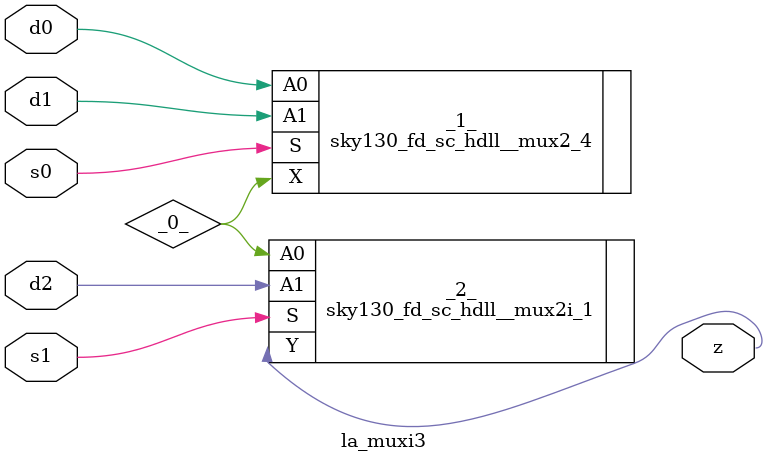
<source format=v>

/* Generated by Yosys 0.37 (git sha1 a5c7f69ed, clang 14.0.0-1ubuntu1.1 -fPIC -Os) */

module la_muxi3(d0, d1, d2, s0, s1, z);
  wire _0_;
  input d0;
  wire d0;
  input d1;
  wire d1;
  input d2;
  wire d2;
  input s0;
  wire s0;
  input s1;
  wire s1;
  output z;
  wire z;
  sky130_fd_sc_hdll__mux2_4 _1_ (
    .A0(d0),
    .A1(d1),
    .S(s0),
    .X(_0_)
  );
  sky130_fd_sc_hdll__mux2i_1 _2_ (
    .A0(_0_),
    .A1(d2),
    .S(s1),
    .Y(z)
  );
endmodule

</source>
